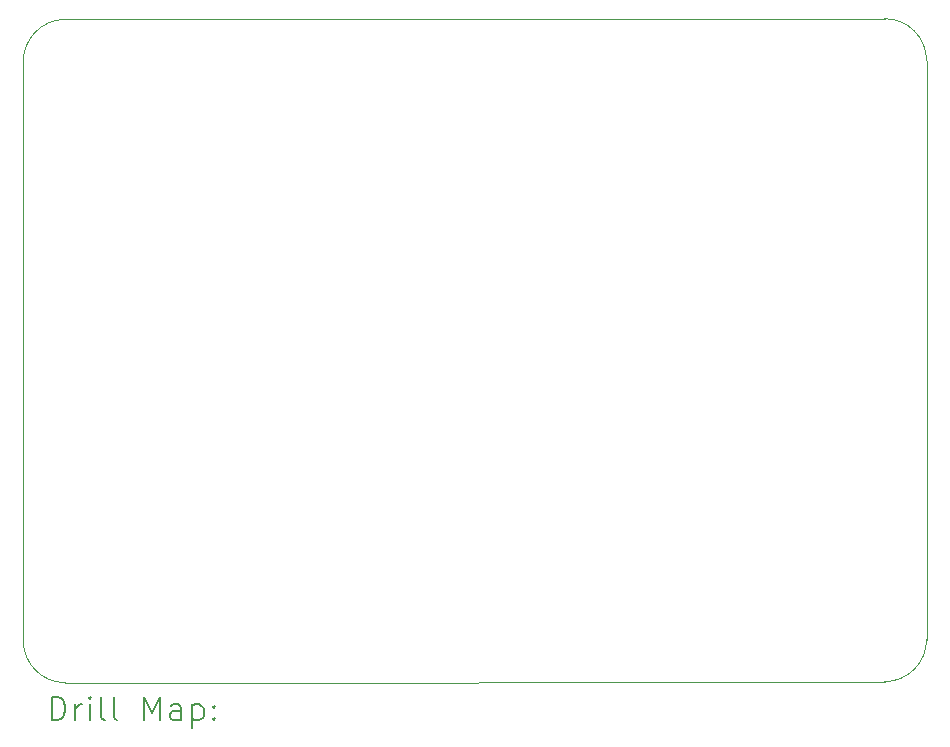
<source format=gbr>
%TF.GenerationSoftware,KiCad,Pcbnew,7.0.2-0*%
%TF.CreationDate,2024-03-08T21:59:18-08:00*%
%TF.ProjectId,New Groundstation,4e657720-4772-46f7-956e-647374617469,rev?*%
%TF.SameCoordinates,Original*%
%TF.FileFunction,Drillmap*%
%TF.FilePolarity,Positive*%
%FSLAX45Y45*%
G04 Gerber Fmt 4.5, Leading zero omitted, Abs format (unit mm)*
G04 Created by KiCad (PCBNEW 7.0.2-0) date 2024-03-08 21:59:18*
%MOMM*%
%LPD*%
G01*
G04 APERTURE LIST*
%ADD10C,0.100000*%
%ADD11C,0.200000*%
G04 APERTURE END LIST*
D10*
X9643047Y-12131053D02*
G75*
G03*
X9998641Y-12486653I355603J3D01*
G01*
X9642363Y-12131608D02*
X9642363Y-7229408D01*
X16935394Y-6864389D02*
X9988494Y-6870700D01*
X16935394Y-12477794D02*
G75*
G03*
X17290994Y-12122189I-4J355604D01*
G01*
X17290994Y-7219989D02*
X17290994Y-12122189D01*
X9988494Y-6870701D02*
G75*
G03*
X9642363Y-7229408I12806J-358709D01*
G01*
X17290991Y-7219989D02*
G75*
G03*
X16935394Y-6864389I-355601J-1D01*
G01*
X16935394Y-12477789D02*
X9998641Y-12486653D01*
D11*
X9884982Y-12804177D02*
X9884982Y-12604177D01*
X9884982Y-12604177D02*
X9932601Y-12604177D01*
X9932601Y-12604177D02*
X9961172Y-12613700D01*
X9961172Y-12613700D02*
X9980220Y-12632748D01*
X9980220Y-12632748D02*
X9989744Y-12651796D01*
X9989744Y-12651796D02*
X9999267Y-12689891D01*
X9999267Y-12689891D02*
X9999267Y-12718462D01*
X9999267Y-12718462D02*
X9989744Y-12756557D01*
X9989744Y-12756557D02*
X9980220Y-12775605D01*
X9980220Y-12775605D02*
X9961172Y-12794653D01*
X9961172Y-12794653D02*
X9932601Y-12804177D01*
X9932601Y-12804177D02*
X9884982Y-12804177D01*
X10084982Y-12804177D02*
X10084982Y-12670843D01*
X10084982Y-12708938D02*
X10094506Y-12689891D01*
X10094506Y-12689891D02*
X10104029Y-12680367D01*
X10104029Y-12680367D02*
X10123077Y-12670843D01*
X10123077Y-12670843D02*
X10142125Y-12670843D01*
X10208791Y-12804177D02*
X10208791Y-12670843D01*
X10208791Y-12604177D02*
X10199267Y-12613700D01*
X10199267Y-12613700D02*
X10208791Y-12623224D01*
X10208791Y-12623224D02*
X10218315Y-12613700D01*
X10218315Y-12613700D02*
X10208791Y-12604177D01*
X10208791Y-12604177D02*
X10208791Y-12623224D01*
X10332601Y-12804177D02*
X10313553Y-12794653D01*
X10313553Y-12794653D02*
X10304029Y-12775605D01*
X10304029Y-12775605D02*
X10304029Y-12604177D01*
X10437363Y-12804177D02*
X10418315Y-12794653D01*
X10418315Y-12794653D02*
X10408791Y-12775605D01*
X10408791Y-12775605D02*
X10408791Y-12604177D01*
X10665934Y-12804177D02*
X10665934Y-12604177D01*
X10665934Y-12604177D02*
X10732601Y-12747034D01*
X10732601Y-12747034D02*
X10799267Y-12604177D01*
X10799267Y-12604177D02*
X10799267Y-12804177D01*
X10980220Y-12804177D02*
X10980220Y-12699415D01*
X10980220Y-12699415D02*
X10970696Y-12680367D01*
X10970696Y-12680367D02*
X10951648Y-12670843D01*
X10951648Y-12670843D02*
X10913553Y-12670843D01*
X10913553Y-12670843D02*
X10894506Y-12680367D01*
X10980220Y-12794653D02*
X10961172Y-12804177D01*
X10961172Y-12804177D02*
X10913553Y-12804177D01*
X10913553Y-12804177D02*
X10894506Y-12794653D01*
X10894506Y-12794653D02*
X10884982Y-12775605D01*
X10884982Y-12775605D02*
X10884982Y-12756557D01*
X10884982Y-12756557D02*
X10894506Y-12737510D01*
X10894506Y-12737510D02*
X10913553Y-12727986D01*
X10913553Y-12727986D02*
X10961172Y-12727986D01*
X10961172Y-12727986D02*
X10980220Y-12718462D01*
X11075458Y-12670843D02*
X11075458Y-12870843D01*
X11075458Y-12680367D02*
X11094506Y-12670843D01*
X11094506Y-12670843D02*
X11132601Y-12670843D01*
X11132601Y-12670843D02*
X11151648Y-12680367D01*
X11151648Y-12680367D02*
X11161172Y-12689891D01*
X11161172Y-12689891D02*
X11170696Y-12708938D01*
X11170696Y-12708938D02*
X11170696Y-12766081D01*
X11170696Y-12766081D02*
X11161172Y-12785129D01*
X11161172Y-12785129D02*
X11151648Y-12794653D01*
X11151648Y-12794653D02*
X11132601Y-12804177D01*
X11132601Y-12804177D02*
X11094506Y-12804177D01*
X11094506Y-12804177D02*
X11075458Y-12794653D01*
X11256410Y-12785129D02*
X11265934Y-12794653D01*
X11265934Y-12794653D02*
X11256410Y-12804177D01*
X11256410Y-12804177D02*
X11246886Y-12794653D01*
X11246886Y-12794653D02*
X11256410Y-12785129D01*
X11256410Y-12785129D02*
X11256410Y-12804177D01*
X11256410Y-12680367D02*
X11265934Y-12689891D01*
X11265934Y-12689891D02*
X11256410Y-12699415D01*
X11256410Y-12699415D02*
X11246886Y-12689891D01*
X11246886Y-12689891D02*
X11256410Y-12680367D01*
X11256410Y-12680367D02*
X11256410Y-12699415D01*
M02*

</source>
